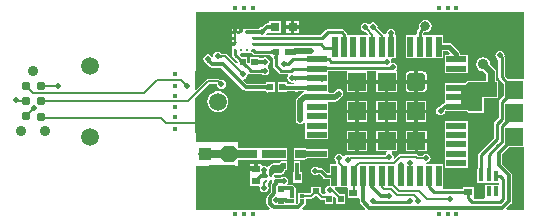
<source format=gbl>
G04*
G04 #@! TF.GenerationSoftware,Altium Limited,Altium Designer,19.1.6 (110)*
G04*
G04 Layer_Physical_Order=2*
G04 Layer_Color=16711680*
%FSAX25Y25*%
%MOIN*%
G70*
G01*
G75*
%ADD10C,0.01000*%
%ADD11C,0.00787*%
%ADD17R,0.01968X0.02362*%
%ADD18R,0.02362X0.01968*%
%ADD23R,0.03150X0.03150*%
%ADD25R,0.03150X0.03150*%
%ADD26R,0.02520X0.02362*%
%ADD48C,0.01181*%
%ADD49C,0.01968*%
%ADD50C,0.00600*%
%ADD51C,0.00984*%
%ADD52C,0.02362*%
%ADD53O,0.06299X0.05512*%
%ADD54C,0.03543*%
%ADD55C,0.05906*%
%ADD56C,0.03150*%
%ADD57C,0.01575*%
%ADD58C,0.01968*%
%ADD59C,0.02756*%
%ADD60C,0.03110*%
%ADD61C,0.01181*%
%ADD62R,0.01181X0.01968*%
%ADD63R,0.01968X0.02803*%
%ADD64R,0.05906X0.05906*%
%ADD65R,0.01575X0.01181*%
%ADD66R,0.01575X0.03543*%
%ADD67R,0.05906X0.05906*%
G04:AMPARAMS|DCode=68|XSize=59.06mil|YSize=59.06mil|CornerRadius=5.91mil|HoleSize=0mil|Usage=FLASHONLY|Rotation=180.000|XOffset=0mil|YOffset=0mil|HoleType=Round|Shape=RoundedRectangle|*
%AMROUNDEDRECTD68*
21,1,0.05906,0.04724,0,0,180.0*
21,1,0.04724,0.05906,0,0,180.0*
1,1,0.01181,-0.02362,0.02362*
1,1,0.01181,0.02362,0.02362*
1,1,0.01181,0.02362,-0.02362*
1,1,0.01181,-0.02362,-0.02362*
%
%ADD68ROUNDEDRECTD68*%
%ADD69R,0.01968X0.06693*%
%ADD70R,0.06693X0.01968*%
%ADD71R,0.00394X0.00394*%
%ADD72R,0.00984X0.01083*%
%ADD73R,0.01083X0.00984*%
%ADD74R,0.02441X0.02244*%
%ADD75R,0.03937X0.03937*%
%ADD76R,0.08661X0.04134*%
%ADD77R,0.02362X0.02803*%
%ADD78C,0.02803*%
%ADD79C,0.02803*%
%ADD80C,0.01575*%
G36*
X0122508Y0183105D02*
X0122567Y0183093D01*
X0122626Y0183105D01*
X0125461D01*
X0125520Y0183093D01*
X0125578Y0183105D01*
X0128414D01*
X0128472Y0183093D01*
X0128531Y0183105D01*
X0190422Y0183105D01*
X0190480Y0183093D01*
X0190539Y0183105D01*
X0193375Y0183105D01*
X0193433Y0183093D01*
X0193492Y0183105D01*
X0196327D01*
X0196386Y0183093D01*
X0196444Y0183105D01*
X0218900D01*
X0218900Y0160697D01*
X0213627D01*
X0212445Y0161879D01*
Y0168150D01*
X0212385Y0168451D01*
X0212427Y0168661D01*
X0212312Y0169240D01*
X0211983Y0169731D01*
X0211492Y0170060D01*
X0210913Y0170175D01*
X0210334Y0170060D01*
X0209843Y0169731D01*
X0209515Y0169240D01*
X0209400Y0168661D01*
X0209515Y0168082D01*
X0209843Y0167591D01*
X0210334Y0167263D01*
X0210406Y0167249D01*
Y0161457D01*
X0210483Y0161066D01*
X0210704Y0160736D01*
X0212185Y0159255D01*
Y0155839D01*
X0212162Y0155802D01*
X0212173Y0155759D01*
X0212156Y0155718D01*
X0212185Y0155647D01*
Y0155382D01*
X0212154Y0155328D01*
X0212069Y0155206D01*
X0211786Y0154871D01*
X0211601Y0154679D01*
X0211581Y0154629D01*
X0210744Y0153792D01*
X0210523Y0153461D01*
X0210445Y0153071D01*
Y0147942D01*
X0209051Y0146548D01*
X0208830Y0146217D01*
X0208752Y0145827D01*
Y0141092D01*
X0203854Y0136193D01*
X0203633Y0135863D01*
X0203555Y0135472D01*
Y0131288D01*
X0203534Y0131241D01*
X0203523Y0130897D01*
X0203513Y0130779D01*
X0203506Y0130736D01*
X0203287D01*
Y0130295D01*
X0203258Y0130224D01*
X0203279Y0130175D01*
X0203268Y0130123D01*
X0203287Y0130093D01*
Y0126193D01*
X0210748D01*
Y0125618D01*
X0205847D01*
Y0121075D01*
X0205397Y0120952D01*
X0202215D01*
X0202125Y0121088D01*
X0202122Y0121587D01*
X0202122D01*
Y0124949D01*
X0198602D01*
Y0124279D01*
X0192029D01*
X0191925Y0124736D01*
X0191925Y0124779D01*
Y0132429D01*
X0189268D01*
X0188957Y0132429D01*
X0188457Y0132429D01*
X0186455D01*
X0186406Y0132929D01*
X0186819Y0133011D01*
X0187310Y0133339D01*
X0187638Y0133830D01*
X0187753Y0134409D01*
X0187638Y0134988D01*
X0187310Y0135479D01*
X0186819Y0135808D01*
X0186240Y0135923D01*
X0185661Y0135808D01*
X0185170Y0135479D01*
X0185064Y0135321D01*
X0183655D01*
X0183501Y0135475D01*
X0183205Y0135672D01*
X0182857Y0135742D01*
X0177713D01*
X0177364Y0135672D01*
X0177068Y0135475D01*
X0175881Y0134288D01*
X0175420Y0134534D01*
X0175488Y0134872D01*
X0175373Y0135451D01*
X0175045Y0135942D01*
X0174980Y0135985D01*
X0174847Y0136664D01*
X0174901Y0136744D01*
X0176563D01*
Y0139606D01*
X0173110D01*
X0169658D01*
Y0136744D01*
X0173048D01*
X0173102Y0136664D01*
X0172969Y0135985D01*
X0172904Y0135942D01*
X0172647Y0135557D01*
X0160756D01*
X0160407Y0135487D01*
X0160336Y0135440D01*
X0160087Y0135490D01*
X0159508Y0135374D01*
X0159017Y0135047D01*
X0159012Y0135045D01*
X0158448Y0135095D01*
X0158243Y0135401D01*
X0157752Y0135729D01*
X0157173Y0135844D01*
X0156594Y0135729D01*
X0156103Y0135401D01*
X0155775Y0134910D01*
X0155660Y0134331D01*
X0155775Y0133752D01*
X0156103Y0133261D01*
X0156125Y0132808D01*
X0155752Y0132429D01*
X0154114D01*
Y0129594D01*
X0153183D01*
X0151814Y0130963D01*
X0151486Y0131183D01*
X0151098Y0131260D01*
X0150488D01*
X0150449Y0131318D01*
X0149958Y0131646D01*
X0149379Y0131761D01*
X0148799Y0131646D01*
X0148308Y0131318D01*
X0147980Y0130827D01*
X0147865Y0130248D01*
X0147980Y0129669D01*
X0148308Y0129178D01*
X0148799Y0128850D01*
X0149379Y0128735D01*
X0149958Y0128850D01*
X0150449Y0129178D01*
X0150912Y0129004D01*
X0152049Y0127867D01*
X0152377Y0127648D01*
X0152764Y0127571D01*
X0154114D01*
Y0125248D01*
X0153562Y0125138D01*
X0153071Y0124810D01*
X0152743Y0124319D01*
X0152628Y0123740D01*
X0152743Y0123161D01*
X0152767Y0123126D01*
X0152499Y0122626D01*
X0152421D01*
Y0122328D01*
X0151881D01*
X0151216Y0122993D01*
Y0124870D01*
X0147854D01*
Y0122993D01*
X0147645Y0122784D01*
X0146297D01*
Y0122964D01*
X0143722D01*
Y0119626D01*
X0143218Y0119123D01*
X0142753Y0119221D01*
Y0124539D01*
X0142575D01*
X0142531Y0124756D01*
X0142290Y0125117D01*
X0141929Y0125358D01*
X0141504Y0125443D01*
X0140252D01*
X0139992Y0125943D01*
X0140177Y0126220D01*
X0140292Y0126799D01*
X0140177Y0127378D01*
X0139849Y0127869D01*
X0139358Y0128197D01*
X0138779Y0128313D01*
X0138200Y0128197D01*
X0137709Y0127869D01*
X0137700Y0127856D01*
X0136489D01*
X0136457Y0127878D01*
X0136031Y0127962D01*
X0135985Y0127953D01*
X0135569Y0128357D01*
X0135564Y0128379D01*
X0135566Y0128383D01*
X0135592Y0128527D01*
X0135702Y0128773D01*
X0135735Y0128809D01*
X0136931D01*
X0136935Y0128807D01*
X0136940Y0128809D01*
X0136942D01*
X0136946Y0128807D01*
X0137360D01*
X0137506Y0128807D01*
X0137557Y0128828D01*
X0137611Y0128818D01*
X0137897Y0128875D01*
X0137944Y0128905D01*
X0137999D01*
X0138268Y0129017D01*
X0138307Y0129056D01*
X0138362Y0129067D01*
X0138604Y0129229D01*
X0138635Y0129275D01*
X0138686Y0129296D01*
X0138874Y0129483D01*
X0138895Y0129535D01*
X0138941Y0129565D01*
X0139073Y0129764D01*
X0139084Y0129818D01*
X0139123Y0129857D01*
X0139215Y0130077D01*
Y0130133D01*
X0139245Y0130179D01*
X0139292Y0130413D01*
X0139318Y0130445D01*
X0139957D01*
Y0133413D01*
X0138324D01*
X0138296Y0133426D01*
X0138242Y0133427D01*
X0137776Y0133413D01*
Y0133351D01*
X0137555Y0133159D01*
X0137516Y0133122D01*
X0137515Y0133122D01*
X0137515Y0133120D01*
X0137507Y0133114D01*
X0137427Y0133034D01*
X0137152Y0132758D01*
X0137137Y0132745D01*
X0137094Y0132716D01*
X0137059Y0132702D01*
X0137009Y0132692D01*
X0136977Y0132690D01*
X0136970Y0132687D01*
X0135559D01*
X0134817Y0132539D01*
X0134188Y0132119D01*
X0133894Y0131678D01*
X0133331Y0131631D01*
X0133323Y0131633D01*
X0132832Y0131961D01*
X0132253Y0132077D01*
X0131756Y0131978D01*
X0131256Y0132230D01*
Y0132390D01*
X0130087D01*
Y0130709D01*
X0129496D01*
Y0130118D01*
X0127736D01*
Y0129028D01*
X0127736Y0129028D01*
Y0128610D01*
X0127736D01*
X0127736Y0128528D01*
Y0125248D01*
X0130406D01*
X0130815Y0124748D01*
X0130779Y0124567D01*
X0130894Y0123988D01*
X0131222Y0123497D01*
X0131713Y0123169D01*
X0132292Y0123054D01*
X0132871Y0123169D01*
X0133362Y0123497D01*
X0133690Y0123988D01*
X0133805Y0124567D01*
X0133690Y0125146D01*
X0133524Y0125395D01*
X0133607Y0125994D01*
X0133643Y0126048D01*
X0133668Y0126064D01*
X0133909Y0126425D01*
X0133994Y0126850D01*
X0133984Y0126897D01*
X0134410Y0127323D01*
X0134457Y0127313D01*
X0134504Y0127323D01*
X0134929Y0126897D01*
X0134920Y0126850D01*
X0134990Y0126495D01*
X0134918Y0126387D01*
X0134900Y0126296D01*
X0134864Y0126261D01*
X0134624Y0125900D01*
X0134539Y0125475D01*
X0134539Y0125475D01*
Y0123124D01*
X0133399Y0121984D01*
X0133158Y0121623D01*
X0133073Y0121197D01*
X0133073Y0121197D01*
Y0119478D01*
X0133073Y0119478D01*
X0133105Y0119315D01*
Y0119218D01*
X0133105Y0119218D01*
X0133190Y0118792D01*
X0133431Y0118431D01*
X0134152Y0117710D01*
X0133945Y0117210D01*
X0128531D01*
X0128472Y0117222D01*
X0128414Y0117210D01*
X0125578D01*
X0125520Y0117222D01*
X0125461Y0117210D01*
X0122626D01*
X0122567Y0117222D01*
X0122508Y0117210D01*
X0110052D01*
X0109698Y0117564D01*
X0109699Y0131929D01*
X0123748D01*
Y0133927D01*
X0128393D01*
X0128394Y0133927D01*
Y0133927D01*
X0132961D01*
Y0133927D01*
X0138031D01*
X0138033Y0133928D01*
X0139957D01*
Y0135800D01*
X0139970Y0135866D01*
X0139957Y0135933D01*
Y0137805D01*
X0137986D01*
Y0137805D01*
X0132961D01*
X0132961Y0137805D01*
Y0137805D01*
X0128394D01*
Y0137805D01*
X0123748D01*
Y0139803D01*
X0109698D01*
Y0142283D01*
X0109629Y0142632D01*
X0109432Y0142928D01*
X0109181Y0143095D01*
X0109181Y0154516D01*
X0113850Y0159184D01*
X0116427D01*
X0116565Y0159016D01*
X0116681Y0158437D01*
X0117008Y0157946D01*
X0117499Y0157617D01*
X0118079Y0157502D01*
X0118658Y0157617D01*
X0119149Y0157946D01*
X0119477Y0158437D01*
X0119592Y0159016D01*
X0119477Y0159595D01*
X0119149Y0160086D01*
X0118658Y0160414D01*
X0118079Y0160529D01*
X0117732Y0160460D01*
X0117615Y0160577D01*
X0117351Y0160754D01*
X0117039Y0160816D01*
X0117039Y0160816D01*
X0113512D01*
X0113200Y0160754D01*
X0112935Y0160577D01*
X0112935Y0160577D01*
X0109643Y0157285D01*
X0109181Y0157476D01*
Y0163519D01*
X0109432Y0163687D01*
X0109629Y0163982D01*
X0109698Y0164331D01*
X0109698Y0166693D01*
X0109698Y0183105D01*
X0122508D01*
D02*
G37*
G36*
X0214111Y0154303D02*
X0214034Y0154360D01*
X0213942Y0154388D01*
X0213836D01*
X0213715Y0154360D01*
X0213581Y0154303D01*
X0213432Y0154218D01*
X0213270Y0154105D01*
X0213093Y0153964D01*
X0212697Y0153596D01*
X0211990Y0154303D01*
X0212188Y0154508D01*
X0212499Y0154876D01*
X0212612Y0155039D01*
X0212697Y0155187D01*
X0212754Y0155322D01*
X0212782Y0155442D01*
Y0155548D01*
X0212754Y0155640D01*
X0212697Y0155718D01*
X0214111Y0154303D01*
D02*
G37*
G36*
X0207637Y0131034D02*
X0207659Y0130714D01*
X0207678Y0130584D01*
X0207703Y0130474D01*
X0207733Y0130384D01*
X0207769Y0130314D01*
X0207810Y0130264D01*
X0207857Y0130234D01*
X0207909Y0130224D01*
X0206359D01*
X0206411Y0130234D01*
X0206458Y0130264D01*
X0206499Y0130314D01*
X0206535Y0130384D01*
X0206565Y0130474D01*
X0206590Y0130584D01*
X0206609Y0130714D01*
X0206623Y0130864D01*
X0206634Y0131224D01*
X0207634D01*
X0207637Y0131034D01*
D02*
G37*
G36*
X0205078D02*
X0205100Y0130714D01*
X0205119Y0130584D01*
X0205144Y0130474D01*
X0205174Y0130384D01*
X0205210Y0130314D01*
X0205251Y0130264D01*
X0205298Y0130234D01*
X0205350Y0130224D01*
X0203799D01*
X0203852Y0130234D01*
X0203899Y0130264D01*
X0203940Y0130314D01*
X0203976Y0130384D01*
X0204006Y0130474D01*
X0204031Y0130584D01*
X0204050Y0130714D01*
X0204064Y0130864D01*
X0204075Y0131224D01*
X0205075D01*
X0205078Y0131034D01*
D02*
G37*
G36*
X0138285Y0132885D02*
X0138393Y0132783D01*
X0138565Y0132541D01*
X0138688Y0132270D01*
X0138756Y0131981D01*
X0138761Y0131832D01*
X0138761Y0131832D01*
X0138761Y0130637D01*
X0138761Y0130518D01*
X0138715Y0130284D01*
X0138623Y0130064D01*
X0138491Y0129866D01*
X0138407Y0129782D01*
X0138304Y0129679D01*
X0138061Y0129517D01*
X0137792Y0129405D01*
X0137506Y0129348D01*
X0137360Y0129348D01*
X0136946D01*
X0137003Y0132150D01*
X0137075Y0132153D01*
X0137217Y0132181D01*
X0137351Y0132237D01*
X0137471Y0132317D01*
X0137525Y0132366D01*
X0137525Y0132366D01*
X0137890Y0132731D01*
X0137929Y0132769D01*
X0138021Y0132827D01*
X0138123Y0132867D01*
X0138230Y0132886D01*
X0138285Y0132885D01*
D02*
G37*
G36*
X0136108Y0131939D02*
X0136108Y0131939D01*
X0136108Y0129644D01*
X0135902Y0129590D01*
X0135531Y0129386D01*
X0135243Y0129074D01*
X0135071Y0128687D01*
X0135034Y0128478D01*
X0133864Y0128478D01*
Y0130108D01*
X0133936Y0130500D01*
X0134341Y0131185D01*
X0134958Y0131688D01*
X0135710Y0131947D01*
X0136108Y0131939D01*
D02*
G37*
G36*
X0135034Y0128478D02*
X0135034Y0128478D01*
Y0128478D01*
X0135034D01*
D02*
G37*
G36*
X0157083Y0124736D02*
Y0124736D01*
X0157425Y0124736D01*
X0157583Y0124736D01*
X0159919D01*
X0160295Y0124437D01*
X0160295Y0124277D01*
Y0121075D01*
X0163815D01*
X0164124Y0120703D01*
Y0120005D01*
X0164124Y0120005D01*
X0164209Y0119580D01*
X0164450Y0119219D01*
X0165997Y0117672D01*
X0165805Y0117210D01*
X0145158D01*
X0144950Y0117710D01*
X0145795Y0118555D01*
X0145795Y0118555D01*
X0146036Y0118916D01*
X0146094Y0119208D01*
X0146297D01*
Y0120962D01*
X0148023D01*
X0148372Y0121031D01*
X0148667Y0121229D01*
X0149263Y0121825D01*
X0149808D01*
X0150860Y0120773D01*
X0151155Y0120575D01*
X0151504Y0120506D01*
X0152421D01*
Y0119264D01*
X0155390D01*
Y0121456D01*
X0155852Y0121647D01*
X0156358Y0121141D01*
Y0119264D01*
X0159327D01*
Y0122626D01*
X0157450D01*
X0155840Y0124236D01*
X0156047Y0124736D01*
X0157083D01*
D02*
G37*
G36*
X0218900Y0117210D02*
X0213224D01*
X0213032Y0117672D01*
X0214652Y0119292D01*
X0214893Y0119653D01*
X0214978Y0120079D01*
Y0128819D01*
X0214978Y0128819D01*
X0214893Y0129244D01*
X0214652Y0129605D01*
X0211632Y0132626D01*
Y0135602D01*
X0214072Y0138043D01*
X0218900D01*
X0218900Y0117210D01*
D02*
G37*
%LPC*%
G36*
X0143894Y0180303D02*
X0142409D01*
Y0178819D01*
X0143894D01*
Y0180303D01*
D02*
G37*
G36*
X0141228D02*
X0139744D01*
Y0178819D01*
X0141228D01*
Y0180303D01*
D02*
G37*
G36*
X0122055Y0177380D02*
X0121653D01*
Y0176929D01*
X0122055D01*
Y0177380D01*
D02*
G37*
G36*
X0124024D02*
X0123236D01*
Y0176786D01*
X0123252Y0176781D01*
X0123323Y0176766D01*
X0123409Y0176754D01*
X0123591Y0176741D01*
X0123937Y0176766D01*
X0124008Y0176781D01*
X0124024Y0176786D01*
Y0177380D01*
D02*
G37*
G36*
X0185992Y0180580D02*
X0185183Y0180419D01*
X0184496Y0179960D01*
X0184038Y0179274D01*
X0183877Y0178465D01*
X0183990Y0177893D01*
X0183769Y0177672D01*
X0183727Y0177609D01*
X0183387Y0177269D01*
X0183168Y0176941D01*
X0183091Y0176554D01*
Y0175716D01*
X0182737Y0175362D01*
X0182118Y0175362D01*
X0179469D01*
Y0167669D01*
X0182118D01*
X0182437Y0167669D01*
X0182937Y0167669D01*
X0185268D01*
X0185587Y0167669D01*
X0186087Y0167669D01*
X0188457D01*
X0188736Y0167669D01*
X0189236Y0167669D01*
X0191925D01*
Y0170203D01*
X0193342D01*
X0194217Y0169328D01*
X0194026Y0168866D01*
X0192500D01*
Y0166217D01*
X0192500Y0165898D01*
X0192500Y0165398D01*
Y0162748D01*
X0200193D01*
Y0165398D01*
X0200193Y0165717D01*
X0200193Y0166217D01*
Y0168866D01*
X0197659D01*
Y0169055D01*
X0197559Y0169557D01*
X0197275Y0169983D01*
X0194814Y0172444D01*
X0194388Y0172728D01*
X0193886Y0172828D01*
X0191925D01*
Y0175362D01*
X0189236D01*
X0188957Y0175362D01*
X0188457Y0175362D01*
X0186087D01*
X0185768Y0175362D01*
X0185468D01*
X0185184Y0175646D01*
X0185192Y0176183D01*
X0185483Y0176450D01*
X0185992Y0176349D01*
X0186802Y0176510D01*
X0187488Y0176969D01*
X0187947Y0177655D01*
X0188108Y0178465D01*
X0187947Y0179274D01*
X0187488Y0179960D01*
X0186802Y0180419D01*
X0185992Y0180580D01*
D02*
G37*
G36*
X0143894Y0177638D02*
X0142409D01*
Y0176154D01*
X0143894D01*
Y0177638D01*
D02*
G37*
G36*
X0141228D02*
X0139744D01*
Y0176154D01*
X0141228D01*
Y0177638D01*
D02*
G37*
G36*
X0137988Y0180303D02*
X0133839D01*
Y0179412D01*
X0133836Y0179411D01*
X0133751Y0179392D01*
X0133634Y0179375D01*
X0133488Y0179364D01*
X0133303Y0179360D01*
X0133211Y0179320D01*
X0132889Y0179256D01*
X0132529Y0179015D01*
X0132529Y0179015D01*
X0131965Y0178451D01*
X0131918Y0178431D01*
X0131845Y0178360D01*
X0131721Y0178246D01*
X0131628Y0178170D01*
X0131606Y0178155D01*
X0131596Y0178148D01*
X0131577Y0178139D01*
X0131572Y0178133D01*
X0131161Y0178052D01*
X0130670Y0177724D01*
X0130515Y0177491D01*
X0130510Y0177490D01*
X0130288Y0177471D01*
X0130197Y0177470D01*
X0130151Y0177451D01*
X0126583D01*
X0126228Y0177380D01*
X0125205D01*
Y0176339D01*
X0124134D01*
Y0175809D01*
X0124126Y0175835D01*
X0124103Y0175858D01*
X0124063Y0175878D01*
X0124008Y0175896D01*
X0123937Y0175911D01*
X0123851Y0175923D01*
X0123669Y0175937D01*
X0123323Y0175911D01*
X0123252Y0175896D01*
X0123197Y0175878D01*
X0123157Y0175858D01*
X0123134Y0175835D01*
X0123126Y0175809D01*
X0123109Y0175801D01*
X0123095Y0175778D01*
X0123082Y0175738D01*
X0123071Y0175683D01*
X0123061Y0175612D01*
X0123047Y0175423D01*
X0123047Y0175406D01*
X0123073Y0175047D01*
X0123088Y0174976D01*
X0123106Y0174921D01*
X0123126Y0174882D01*
X0123149Y0174858D01*
X0123175Y0174850D01*
X0122646D01*
Y0173890D01*
X0123175D01*
X0123149Y0173882D01*
X0123126Y0173858D01*
X0123106Y0173819D01*
X0123088Y0173764D01*
X0123073Y0173693D01*
X0123061Y0173607D01*
X0123048Y0173425D01*
X0123073Y0173079D01*
X0123088Y0173008D01*
X0123106Y0172953D01*
X0123126Y0172913D01*
X0123149Y0172890D01*
X0123175Y0172882D01*
X0122646D01*
Y0171811D01*
X0121604D01*
Y0171409D01*
X0121653D01*
Y0170571D01*
X0121626Y0170433D01*
Y0168976D01*
X0121704Y0168586D01*
X0121925Y0168255D01*
X0123037Y0167143D01*
X0123057Y0167093D01*
X0123238Y0166905D01*
X0123384Y0166740D01*
X0123500Y0166594D01*
X0123563Y0166503D01*
X0123546Y0166321D01*
X0123506Y0166175D01*
X0122969Y0166005D01*
X0119983Y0168991D01*
X0119687Y0169188D01*
X0119339Y0169258D01*
X0118341D01*
X0118288Y0169281D01*
X0118208Y0169283D01*
X0118150Y0169289D01*
X0118099Y0169297D01*
X0118054Y0169308D01*
X0118015Y0169321D01*
X0117980Y0169336D01*
X0117949Y0169352D01*
X0117921Y0169370D01*
X0117895Y0169391D01*
X0117852Y0169431D01*
X0117798Y0169451D01*
X0117359Y0169745D01*
X0116779Y0169860D01*
X0116200Y0169745D01*
X0115709Y0169416D01*
X0115381Y0168926D01*
X0115278Y0168408D01*
X0115093Y0168315D01*
X0114778Y0168258D01*
X0114582Y0168550D01*
X0114091Y0168878D01*
X0113512Y0168994D01*
X0112933Y0168878D01*
X0112442Y0168550D01*
X0112114Y0168059D01*
X0111998Y0167480D01*
X0112114Y0166901D01*
X0112442Y0166410D01*
X0112915Y0166094D01*
X0113253Y0165745D01*
X0113302Y0165724D01*
X0114103Y0164922D01*
X0114103Y0164922D01*
X0114464Y0164681D01*
X0114890Y0164597D01*
X0114890Y0164597D01*
X0117973D01*
X0125324Y0157245D01*
X0125324Y0157245D01*
X0125685Y0157004D01*
X0126110Y0156920D01*
X0126110Y0156920D01*
X0132167D01*
X0132211Y0156900D01*
X0132419Y0156895D01*
X0132583Y0156880D01*
X0132714Y0156859D01*
X0132810Y0156834D01*
X0132867Y0156811D01*
X0132868Y0156805D01*
X0132894Y0156757D01*
Y0156350D01*
X0133335D01*
X0133406Y0156321D01*
X0133434Y0156333D01*
X0133464Y0156324D01*
X0133511Y0156350D01*
X0135862D01*
Y0159713D01*
X0133511D01*
X0133464Y0159739D01*
X0133434Y0159730D01*
X0133406Y0159742D01*
X0133335Y0159713D01*
X0132894D01*
Y0159306D01*
X0132868Y0159258D01*
X0132867Y0159252D01*
X0132810Y0159229D01*
X0132714Y0159204D01*
X0132583Y0159183D01*
X0132419Y0159168D01*
X0132211Y0159163D01*
X0132167Y0159143D01*
X0126571D01*
X0125340Y0160374D01*
X0125531Y0160890D01*
X0125902Y0160964D01*
X0126393Y0161292D01*
X0126721Y0161783D01*
X0126836Y0162362D01*
X0126780Y0162644D01*
X0127241Y0162890D01*
X0127309Y0162822D01*
X0127640Y0162601D01*
X0128030Y0162524D01*
X0131062D01*
X0131109Y0162502D01*
X0131296Y0162496D01*
X0131356Y0162489D01*
X0131410Y0162481D01*
X0131452Y0162472D01*
X0131481Y0162463D01*
X0131496Y0162457D01*
X0131506Y0162448D01*
X0131515Y0162445D01*
X0131522Y0162440D01*
X0131539Y0162437D01*
X0131563Y0162429D01*
X0131988Y0162145D01*
X0132567Y0162030D01*
X0133146Y0162145D01*
X0133637Y0162473D01*
X0133965Y0162964D01*
X0134080Y0163543D01*
X0133965Y0164122D01*
X0133637Y0164613D01*
X0133469Y0164725D01*
Y0165327D01*
X0133676Y0165465D01*
X0134004Y0165956D01*
X0134120Y0166535D01*
X0134004Y0167115D01*
X0133676Y0167605D01*
X0133185Y0167934D01*
X0132606Y0168049D01*
X0132027Y0167934D01*
X0131679Y0167701D01*
X0131671Y0167701D01*
X0131651Y0167694D01*
X0131640Y0167692D01*
X0131622Y0167689D01*
X0131318Y0167668D01*
X0131224Y0167667D01*
X0131020Y0167672D01*
X0130854Y0167685D01*
X0130719Y0167706D01*
X0130620Y0167730D01*
X0130558Y0167753D01*
X0130558Y0167753D01*
X0130547Y0167773D01*
Y0168177D01*
X0130107D01*
X0130038Y0168206D01*
X0130006Y0168193D01*
X0129973Y0168203D01*
X0129927Y0168177D01*
X0127579D01*
Y0166156D01*
X0127079Y0165976D01*
X0126857Y0166215D01*
X0126742Y0166359D01*
X0126653Y0166486D01*
X0126610Y0166560D01*
Y0166898D01*
X0126625Y0166946D01*
X0126610Y0166972D01*
Y0168177D01*
X0125450D01*
X0125385Y0168206D01*
X0125342Y0168190D01*
X0125296Y0168201D01*
X0125256Y0168177D01*
X0125018D01*
X0125007Y0168184D01*
X0124882Y0168271D01*
X0124535Y0168567D01*
X0124333Y0168761D01*
X0124314Y0168897D01*
X0124679Y0169392D01*
X0127575D01*
X0127575Y0169392D01*
Y0169392D01*
X0128054Y0169343D01*
X0128059Y0169341D01*
X0128202D01*
X0128460Y0169082D01*
X0128791Y0168861D01*
X0129181Y0168784D01*
X0134115D01*
X0134163Y0168762D01*
X0134174Y0168762D01*
X0134636Y0168634D01*
X0134665Y0168564D01*
Y0168122D01*
X0135053D01*
X0135057Y0168109D01*
X0135076Y0168035D01*
X0135093Y0167929D01*
X0135104Y0167795D01*
X0135109Y0167621D01*
X0135130Y0167572D01*
Y0165331D01*
X0135208Y0164940D01*
X0135429Y0164610D01*
X0137243Y0162795D01*
X0137574Y0162574D01*
X0137964Y0162496D01*
X0140087D01*
X0140316Y0161996D01*
X0140106Y0161681D01*
X0139991Y0161102D01*
X0140106Y0160523D01*
X0140434Y0160032D01*
X0140925Y0159704D01*
X0141504Y0159589D01*
X0142083Y0159704D01*
X0142107Y0159720D01*
X0142212Y0159714D01*
X0142315Y0159594D01*
X0142315Y0159591D01*
X0142102Y0159074D01*
X0142029Y0159068D01*
X0141822Y0159065D01*
X0141776Y0159045D01*
X0140527D01*
X0140483Y0159065D01*
X0140275Y0159070D01*
X0140111Y0159084D01*
X0139981Y0159106D01*
X0139886Y0159132D01*
X0139828Y0159156D01*
X0139827Y0159156D01*
X0139825Y0159171D01*
X0139799Y0159219D01*
Y0159713D01*
X0136831D01*
Y0156350D01*
X0139175D01*
X0139218Y0156326D01*
X0139253Y0156335D01*
X0139287Y0156321D01*
X0139358Y0156350D01*
X0139799D01*
Y0156724D01*
X0139856Y0156743D01*
X0139951Y0156764D01*
X0140277Y0156797D01*
X0140480Y0156801D01*
X0140525Y0156821D01*
X0141769D01*
X0141812Y0156802D01*
X0142217Y0156787D01*
X0142358Y0156772D01*
X0142471Y0156752D01*
X0142548Y0156732D01*
X0142569Y0156723D01*
X0142629Y0156578D01*
X0142672Y0156561D01*
X0142696Y0156522D01*
X0142858Y0156483D01*
X0143012Y0156420D01*
X0143054Y0156437D01*
X0143099Y0156427D01*
X0143241Y0156514D01*
X0143395Y0156578D01*
X0143412Y0156621D01*
X0143451Y0156645D01*
X0143489Y0156807D01*
X0143495Y0156821D01*
X0145518D01*
X0145563Y0156748D01*
X0145309Y0156204D01*
X0145196Y0156182D01*
X0144705Y0155853D01*
X0144705Y0155853D01*
X0143288Y0154436D01*
X0142960Y0153945D01*
X0142845Y0153366D01*
X0142845Y0153366D01*
Y0147185D01*
X0142960Y0146606D01*
X0143288Y0146115D01*
X0143779Y0145787D01*
X0144358Y0145672D01*
X0144937Y0145787D01*
X0145428Y0146115D01*
X0145535Y0146275D01*
X0146035Y0146124D01*
Y0144150D01*
X0146035Y0143650D01*
X0146035Y0143331D01*
Y0140681D01*
X0153728D01*
Y0143331D01*
X0153728Y0143831D01*
X0153728Y0144150D01*
Y0146480D01*
X0153728Y0146799D01*
X0153728Y0147299D01*
Y0149614D01*
X0153736Y0150110D01*
X0153736Y0150446D01*
Y0153079D01*
X0154157Y0153270D01*
X0156012D01*
X0156012Y0153270D01*
X0156591Y0153385D01*
X0157082Y0153713D01*
X0158283Y0154914D01*
X0158283Y0154914D01*
X0158611Y0155405D01*
X0158726Y0155984D01*
X0158611Y0156563D01*
X0158283Y0157054D01*
X0157792Y0157382D01*
X0157213Y0157498D01*
X0156633Y0157382D01*
X0156142Y0157054D01*
X0156142Y0157054D01*
X0155385Y0156297D01*
X0154173D01*
X0153736Y0156449D01*
X0153736Y0156797D01*
Y0159059D01*
X0153736Y0159417D01*
X0153736Y0159917D01*
Y0162248D01*
X0153736Y0162528D01*
X0153736D01*
Y0162748D01*
X0153736D01*
Y0163571D01*
X0159413D01*
X0159815Y0163335D01*
X0159815Y0163071D01*
Y0160472D01*
X0163268D01*
X0166720D01*
Y0163071D01*
X0166720Y0163335D01*
X0167123Y0163571D01*
X0169255D01*
X0169658Y0163335D01*
Y0160472D01*
X0173110D01*
X0176563D01*
Y0163335D01*
X0176563D01*
X0176370Y0163754D01*
X0176343Y0163835D01*
X0176603Y0164224D01*
X0176718Y0164803D01*
X0176603Y0165382D01*
X0176275Y0165873D01*
X0175784Y0166201D01*
X0175205Y0166316D01*
X0175040Y0166284D01*
X0174749Y0166575D01*
X0174634Y0167154D01*
X0174624Y0167169D01*
X0174891Y0167669D01*
X0176138D01*
Y0175362D01*
X0176138Y0175362D01*
X0176138D01*
X0176017Y0175862D01*
X0176049Y0176024D01*
X0175934Y0176603D01*
X0175605Y0177094D01*
X0175115Y0177422D01*
X0174535Y0177537D01*
X0173956Y0177422D01*
X0173465Y0177094D01*
X0173137Y0176603D01*
X0173022Y0176024D01*
X0172705Y0175658D01*
X0172648Y0175617D01*
X0172287Y0175713D01*
X0172148Y0175920D01*
X0170067Y0178002D01*
X0170104Y0178189D01*
X0169989Y0178768D01*
X0169661Y0179259D01*
X0169170Y0179587D01*
X0168591Y0179702D01*
X0168011Y0179587D01*
X0167520Y0179259D01*
X0167505Y0179236D01*
X0166915Y0179253D01*
X0166532Y0179508D01*
X0165953Y0179624D01*
X0165374Y0179508D01*
X0164883Y0179180D01*
X0164555Y0178689D01*
X0164439Y0178110D01*
X0164555Y0177531D01*
X0164883Y0177040D01*
X0165374Y0176712D01*
X0165953Y0176597D01*
X0166075Y0176621D01*
X0166936Y0175760D01*
X0166627Y0175362D01*
X0166370Y0175362D01*
X0164039D01*
X0163721Y0175362D01*
X0163221Y0175362D01*
X0160929D01*
X0160571Y0175362D01*
X0160224Y0175362D01*
X0159956Y0175630D01*
X0159879Y0176017D01*
X0159660Y0176345D01*
X0158873Y0177133D01*
X0158545Y0177352D01*
X0158158Y0177429D01*
X0153472D01*
X0153085Y0177352D01*
X0152757Y0177133D01*
X0151006Y0175382D01*
X0133277D01*
X0133010Y0175882D01*
X0133138Y0176074D01*
X0133159Y0176177D01*
X0133339Y0176293D01*
X0133839Y0176154D01*
Y0176154D01*
X0137988D01*
Y0180303D01*
D02*
G37*
G36*
X0123126Y0176339D02*
X0122646D01*
Y0175809D01*
X0123126D01*
Y0176339D01*
D02*
G37*
G36*
X0122206Y0175748D02*
X0121653D01*
Y0175362D01*
X0121604D01*
Y0174961D01*
X0122198D01*
X0122203Y0174976D01*
X0122218Y0175047D01*
X0122230Y0175134D01*
X0122243Y0175307D01*
X0122221Y0175683D01*
X0122210Y0175738D01*
X0122206Y0175748D01*
D02*
G37*
G36*
X0122198Y0173779D02*
X0121604D01*
Y0173378D01*
X0121604D01*
Y0172992D01*
X0122198D01*
X0122203Y0173008D01*
X0122218Y0173079D01*
X0122230Y0173165D01*
X0122244Y0173346D01*
X0122218Y0173693D01*
X0122203Y0173764D01*
X0122198Y0173779D01*
D02*
G37*
G36*
X0185315Y0163356D02*
X0183543D01*
Y0160472D01*
X0186427D01*
Y0162244D01*
X0186342Y0162670D01*
X0186101Y0163030D01*
X0185740Y0163271D01*
X0185315Y0163356D01*
D02*
G37*
G36*
X0182362D02*
X0180591D01*
X0180165Y0163271D01*
X0179804Y0163030D01*
X0179563Y0162670D01*
X0179479Y0162244D01*
Y0160472D01*
X0182362D01*
Y0163356D01*
D02*
G37*
G36*
X0166720Y0159291D02*
X0163858D01*
Y0156429D01*
X0166720D01*
Y0159291D01*
D02*
G37*
G36*
X0162677D02*
X0159815D01*
Y0156429D01*
X0162677D01*
Y0159291D01*
D02*
G37*
G36*
X0176563Y0159291D02*
X0173701D01*
Y0156429D01*
X0176563D01*
Y0159291D01*
D02*
G37*
G36*
X0172520D02*
X0169658D01*
Y0156429D01*
X0172520D01*
Y0159291D01*
D02*
G37*
G36*
X0186427Y0159291D02*
X0183543D01*
Y0156408D01*
X0185315D01*
X0185740Y0156492D01*
X0186101Y0156733D01*
X0186342Y0157094D01*
X0186427Y0157520D01*
Y0159291D01*
D02*
G37*
G36*
X0182362D02*
X0179479D01*
Y0157520D01*
X0179563Y0157094D01*
X0179804Y0156733D01*
X0180165Y0156492D01*
X0180591Y0156408D01*
X0182362D01*
Y0159291D01*
D02*
G37*
G36*
X0176563Y0153492D02*
X0173701D01*
Y0150630D01*
X0176563D01*
Y0153492D01*
D02*
G37*
G36*
X0186406D02*
X0183543D01*
Y0150630D01*
X0186406D01*
Y0153492D01*
D02*
G37*
G36*
X0166720D02*
X0163858D01*
Y0150630D01*
X0166720D01*
Y0153492D01*
D02*
G37*
G36*
X0182362D02*
X0179500D01*
Y0150630D01*
X0182362D01*
Y0153492D01*
D02*
G37*
G36*
X0162677D02*
X0159815D01*
Y0150630D01*
X0162677D01*
Y0153492D01*
D02*
G37*
G36*
X0172520D02*
X0169658D01*
Y0150630D01*
X0172520D01*
Y0153492D01*
D02*
G37*
G36*
X0116858Y0156790D02*
X0115957Y0156671D01*
X0115117Y0156323D01*
X0114396Y0155770D01*
X0113842Y0155048D01*
X0113494Y0154208D01*
X0113376Y0153307D01*
X0113494Y0152406D01*
X0113842Y0151566D01*
X0114396Y0150845D01*
X0115117Y0150291D01*
X0115957Y0149943D01*
X0116858Y0149825D01*
X0117760Y0149943D01*
X0118599Y0150291D01*
X0119321Y0150845D01*
X0119874Y0151566D01*
X0120222Y0152406D01*
X0120341Y0153307D01*
X0120222Y0154208D01*
X0119874Y0155048D01*
X0119321Y0155770D01*
X0118599Y0156323D01*
X0117760Y0156671D01*
X0116858Y0156790D01*
D02*
G37*
G36*
X0205283Y0168064D02*
X0204397Y0167888D01*
X0203646Y0167386D01*
X0203144Y0166634D01*
X0202967Y0165748D01*
X0203144Y0164862D01*
X0203646Y0164110D01*
X0204397Y0163608D01*
X0205149Y0163459D01*
X0206247Y0162361D01*
Y0160222D01*
X0200205D01*
X0199822Y0160064D01*
X0199822Y0160064D01*
X0199154Y0159395D01*
X0197764D01*
X0197722Y0159378D01*
X0192500D01*
Y0156410D01*
X0192500D01*
Y0156228D01*
X0192500D01*
Y0153260D01*
X0192500D01*
Y0153079D01*
X0192281Y0152669D01*
X0192043Y0152622D01*
X0191682Y0152381D01*
X0191036Y0151735D01*
X0190531Y0151634D01*
X0190040Y0151306D01*
X0189712Y0150815D01*
X0189597Y0150236D01*
X0189712Y0149657D01*
X0190040Y0149166D01*
X0190531Y0148838D01*
X0191110Y0148723D01*
X0191689Y0148838D01*
X0192180Y0149166D01*
X0192508Y0149657D01*
X0192598Y0150110D01*
X0197702D01*
X0197764Y0150085D01*
X0199863D01*
X0200326Y0149621D01*
X0200326Y0149621D01*
X0200503Y0149548D01*
X0200708Y0149463D01*
X0200708Y0149463D01*
X0205047D01*
X0205430Y0149621D01*
X0205589Y0150004D01*
X0205588Y0154341D01*
X0209772D01*
X0210154Y0154499D01*
X0210313Y0154882D01*
X0210313Y0159681D01*
X0210154Y0160064D01*
X0209772Y0160222D01*
X0209675D01*
Y0163071D01*
X0209544Y0163727D01*
X0209173Y0164283D01*
X0207573Y0165883D01*
X0207423Y0166634D01*
X0206921Y0167386D01*
X0206170Y0167888D01*
X0205283Y0168064D01*
D02*
G37*
G36*
X0186406Y0149449D02*
X0183543D01*
Y0146587D01*
X0186406D01*
Y0149449D01*
D02*
G37*
G36*
X0182362D02*
X0179500D01*
Y0146587D01*
X0182362D01*
Y0149449D01*
D02*
G37*
G36*
X0176563D02*
X0173701D01*
Y0146587D01*
X0176563D01*
Y0149449D01*
D02*
G37*
G36*
X0172520D02*
X0169658D01*
Y0146587D01*
X0172520D01*
Y0149449D01*
D02*
G37*
G36*
X0166720D02*
X0163858D01*
Y0146587D01*
X0166720D01*
Y0149449D01*
D02*
G37*
G36*
X0162677D02*
X0159815D01*
Y0146587D01*
X0162677D01*
Y0149449D01*
D02*
G37*
G36*
X0176563Y0143650D02*
X0173701D01*
Y0140787D01*
X0176563D01*
Y0143650D01*
D02*
G37*
G36*
X0166720D02*
X0163858D01*
Y0140787D01*
X0166720D01*
Y0143650D01*
D02*
G37*
G36*
X0186504D02*
X0183642D01*
Y0140787D01*
X0186504D01*
Y0143650D01*
D02*
G37*
G36*
X0182461D02*
X0179598D01*
Y0140787D01*
X0182461D01*
Y0143650D01*
D02*
G37*
G36*
X0162677D02*
X0159815D01*
Y0140787D01*
X0162677D01*
Y0143650D01*
D02*
G37*
G36*
X0172520D02*
X0169658D01*
Y0140787D01*
X0172520D01*
Y0143650D01*
D02*
G37*
G36*
X0186504Y0139606D02*
X0183642D01*
Y0136744D01*
X0186504D01*
Y0139606D01*
D02*
G37*
G36*
X0182461D02*
X0179598D01*
Y0136744D01*
X0182461D01*
Y0139606D01*
D02*
G37*
G36*
X0166720D02*
X0163858D01*
Y0136744D01*
X0166720D01*
Y0139606D01*
D02*
G37*
G36*
X0162677D02*
X0159815D01*
Y0136744D01*
X0162677D01*
Y0139606D01*
D02*
G37*
G36*
X0145520Y0137809D02*
X0144378D01*
X0144375Y0137808D01*
X0142110Y0137808D01*
Y0137768D01*
X0142106D01*
X0142106Y0134434D01*
X0142106Y0133965D01*
X0142110Y0133936D01*
X0142594Y0133936D01*
X0144355Y0133936D01*
X0144378Y0133931D01*
X0145520D01*
X0146262Y0134079D01*
X0146721Y0134386D01*
X0153728D01*
Y0137354D01*
X0146721D01*
X0146262Y0137661D01*
X0145520Y0137809D01*
D02*
G37*
G36*
X0128905Y0132390D02*
X0127736D01*
Y0131299D01*
X0128905D01*
Y0132390D01*
D02*
G37*
G36*
X0200193Y0146780D02*
X0192500D01*
Y0144130D01*
X0192500Y0143811D01*
X0192500Y0143311D01*
Y0141020D01*
X0192500Y0140661D01*
X0192500Y0140161D01*
Y0137831D01*
X0192500Y0137551D01*
X0192500Y0137051D01*
Y0134721D01*
X0192500Y0134362D01*
X0192500Y0133862D01*
Y0131252D01*
X0200193D01*
Y0133862D01*
X0200193Y0134221D01*
X0200193Y0134721D01*
Y0137051D01*
X0200193Y0137331D01*
X0200193Y0137831D01*
Y0140161D01*
X0200193Y0140520D01*
X0200193Y0141020D01*
Y0143311D01*
X0200193Y0143630D01*
X0200193Y0144130D01*
Y0146780D01*
D02*
G37*
G36*
X0144287Y0133413D02*
X0142106D01*
Y0132037D01*
X0142085Y0131929D01*
Y0129673D01*
X0141949D01*
Y0126311D01*
X0144917D01*
Y0129673D01*
X0144309D01*
Y0131929D01*
X0144287Y0132037D01*
Y0133413D01*
D02*
G37*
%LPD*%
G36*
X0134363Y0177193D02*
X0134352Y0177277D01*
X0134321Y0177353D01*
X0134268Y0177420D01*
X0134195Y0177478D01*
X0134101Y0177526D01*
X0133985Y0177567D01*
X0133849Y0177598D01*
X0133692Y0177620D01*
X0133514Y0177633D01*
X0133315Y0177638D01*
Y0178819D01*
X0133514Y0178823D01*
X0133692Y0178837D01*
X0133849Y0178859D01*
X0133985Y0178890D01*
X0134101Y0178930D01*
X0134195Y0178979D01*
X0134268Y0179037D01*
X0134321Y0179104D01*
X0134352Y0179179D01*
X0134363Y0179264D01*
Y0177193D01*
D02*
G37*
G36*
X0133132Y0177210D02*
X0133054Y0177131D01*
X0132826Y0176869D01*
X0132789Y0176817D01*
X0132761Y0176770D01*
X0132740Y0176729D01*
X0132728Y0176694D01*
X0132724Y0176663D01*
X0131750Y0177638D01*
X0131780Y0177642D01*
X0131816Y0177654D01*
X0131857Y0177674D01*
X0131904Y0177702D01*
X0131956Y0177739D01*
X0132076Y0177837D01*
X0132218Y0177968D01*
X0132297Y0178045D01*
X0133132Y0177210D01*
D02*
G37*
G36*
X0131295Y0175776D02*
X0130764Y0175748D01*
X0130205Y0176929D01*
X0130315Y0176931D01*
X0130585Y0176953D01*
X0130655Y0176967D01*
X0130715Y0176984D01*
X0130764Y0177004D01*
X0130804Y0177027D01*
X0130834Y0177052D01*
X0130854Y0177081D01*
X0131295Y0175776D01*
D02*
G37*
G36*
X0129043Y0170965D02*
Y0169882D01*
X0128059D01*
X0128059Y0170620D01*
X0128404Y0170965D01*
X0129043Y0170965D01*
D02*
G37*
G36*
X0135177Y0168803D02*
X0135167Y0168898D01*
X0135137Y0168983D01*
X0135087Y0169058D01*
X0135017Y0169123D01*
X0134927Y0169178D01*
X0134817Y0169223D01*
X0134687Y0169258D01*
X0134537Y0169283D01*
X0134367Y0169298D01*
X0134177Y0169303D01*
Y0170303D01*
X0134367Y0170308D01*
X0134537Y0170323D01*
X0134687Y0170348D01*
X0134817Y0170383D01*
X0134927Y0170428D01*
X0135017Y0170483D01*
X0135087Y0170548D01*
X0135137Y0170623D01*
X0135167Y0170708D01*
X0135177Y0170803D01*
Y0168803D01*
D02*
G37*
G36*
X0117542Y0168979D02*
X0117607Y0168929D01*
X0117675Y0168885D01*
X0117748Y0168846D01*
X0117825Y0168814D01*
X0117906Y0168787D01*
X0117991Y0168767D01*
X0118080Y0168752D01*
X0118174Y0168743D01*
X0118272Y0168740D01*
Y0167953D01*
X0118174Y0167950D01*
X0118080Y0167941D01*
X0117991Y0167926D01*
X0117906Y0167905D01*
X0117825Y0167879D01*
X0117748Y0167847D01*
X0117675Y0167808D01*
X0117607Y0167764D01*
X0117542Y0167714D01*
X0117482Y0167657D01*
Y0169035D01*
X0117542Y0168979D01*
D02*
G37*
G36*
X0137032Y0168624D02*
X0136952Y0168594D01*
X0136881Y0168544D01*
X0136820Y0168474D01*
X0136768Y0168384D01*
X0136725Y0168274D01*
X0136692Y0168144D01*
X0136669Y0167994D01*
X0136654Y0167824D01*
X0136650Y0167634D01*
X0135650D01*
X0135645Y0167824D01*
X0135631Y0167994D01*
X0135607Y0168144D01*
X0135574Y0168274D01*
X0135531Y0168384D01*
X0135480Y0168474D01*
X0135418Y0168544D01*
X0135347Y0168594D01*
X0135267Y0168624D01*
X0135177Y0168634D01*
X0137122D01*
X0137032Y0168624D01*
D02*
G37*
G36*
X0143012Y0166410D02*
X0143002Y0166496D01*
X0142972Y0166573D01*
X0142922Y0166640D01*
X0142852Y0166699D01*
X0142762Y0166749D01*
X0142652Y0166790D01*
X0142522Y0166822D01*
X0142372Y0166844D01*
X0142202Y0166858D01*
X0142012Y0166862D01*
Y0167862D01*
X0142202Y0167867D01*
X0142372Y0167882D01*
X0142522Y0167906D01*
X0142652Y0167941D01*
X0142762Y0167985D01*
X0142852Y0168039D01*
X0142922Y0168103D01*
X0142972Y0168177D01*
X0143002Y0168261D01*
X0143012Y0168354D01*
Y0166410D01*
D02*
G37*
G36*
X0114448Y0167158D02*
X0114451Y0167118D01*
X0114464Y0167073D01*
X0114486Y0167024D01*
X0114517Y0166969D01*
X0114558Y0166910D01*
X0114607Y0166846D01*
X0114733Y0166702D01*
X0114810Y0166623D01*
X0113642Y0166121D01*
X0113243Y0166534D01*
X0114453Y0167192D01*
X0114448Y0167158D01*
D02*
G37*
G36*
X0124171Y0168165D02*
X0124550Y0167842D01*
X0124716Y0167726D01*
X0124865Y0167641D01*
X0124999Y0167585D01*
X0125116Y0167560D01*
X0125217Y0167565D01*
X0125302Y0167600D01*
X0125371Y0167665D01*
X0124154Y0166054D01*
X0124201Y0166141D01*
X0124223Y0166240D01*
X0124218Y0166350D01*
X0124187Y0166474D01*
X0124129Y0166609D01*
X0124045Y0166756D01*
X0123935Y0166916D01*
X0123799Y0167088D01*
X0123636Y0167272D01*
X0123447Y0167468D01*
X0123957Y0168372D01*
X0124171Y0168165D01*
D02*
G37*
G36*
X0131903Y0165847D02*
X0131879Y0165865D01*
X0131845Y0165882D01*
X0131802Y0165897D01*
X0131749Y0165909D01*
X0131686Y0165920D01*
X0131532Y0165936D01*
X0131339Y0165944D01*
X0131228Y0165945D01*
Y0167126D01*
X0131339Y0167127D01*
X0131686Y0167151D01*
X0131749Y0167161D01*
X0131802Y0167174D01*
X0131845Y0167189D01*
X0131879Y0167206D01*
X0131903Y0167224D01*
Y0165847D01*
D02*
G37*
G36*
X0130047Y0167563D02*
X0130082Y0167471D01*
X0130142Y0167390D01*
X0130224Y0167320D01*
X0130331Y0167261D01*
X0130460Y0167212D01*
X0130614Y0167174D01*
X0130791Y0167148D01*
X0130992Y0167131D01*
X0131216Y0167126D01*
Y0165945D01*
X0130990Y0165939D01*
X0130788Y0165921D01*
X0130609Y0165892D01*
X0130454Y0165850D01*
X0130323Y0165797D01*
X0130216Y0165732D01*
X0130132Y0165656D01*
X0130072Y0165567D01*
X0130036Y0165466D01*
X0130023Y0165354D01*
X0130035Y0167665D01*
X0130047Y0167563D01*
D02*
G37*
G36*
X0139708Y0166366D02*
X0139738Y0166350D01*
X0139778Y0166335D01*
X0139828Y0166322D01*
X0139889Y0166312D01*
X0140040Y0166296D01*
X0140232Y0166288D01*
X0140344Y0166287D01*
Y0165287D01*
X0140232Y0165286D01*
X0139889Y0165263D01*
X0139828Y0165252D01*
X0139778Y0165240D01*
X0139738Y0165225D01*
X0139708Y0165209D01*
X0139688Y0165190D01*
Y0166385D01*
X0139708Y0166366D01*
D02*
G37*
G36*
X0126038Y0166806D02*
X0126015Y0166709D01*
X0126020Y0166600D01*
X0126052Y0166478D01*
X0126111Y0166343D01*
X0126196Y0166195D01*
X0126308Y0166035D01*
X0126447Y0165861D01*
X0126805Y0165475D01*
X0126246Y0164620D01*
X0126033Y0164826D01*
X0125655Y0165148D01*
X0125490Y0165264D01*
X0125341Y0165351D01*
X0125207Y0165408D01*
X0125090Y0165436D01*
X0124988Y0165433D01*
X0124902Y0165401D01*
X0124832Y0165339D01*
X0126086Y0166889D01*
X0126038Y0166806D01*
D02*
G37*
G36*
X0131864Y0162854D02*
X0131823Y0162890D01*
X0131775Y0162922D01*
X0131720Y0162951D01*
X0131657Y0162975D01*
X0131588Y0162996D01*
X0131510Y0163013D01*
X0131426Y0163026D01*
X0131334Y0163036D01*
X0131129Y0163043D01*
Y0164043D01*
X0131235Y0164045D01*
X0131426Y0164060D01*
X0131510Y0164074D01*
X0131588Y0164091D01*
X0131657Y0164111D01*
X0131720Y0164136D01*
X0131775Y0164164D01*
X0131823Y0164196D01*
X0131864Y0164232D01*
Y0162854D01*
D02*
G37*
G36*
X0124617Y0163629D02*
X0124690Y0163569D01*
X0124763Y0163516D01*
X0124838Y0163470D01*
X0124915Y0163432D01*
X0124992Y0163400D01*
X0125070Y0163376D01*
X0125150Y0163359D01*
X0125231Y0163349D01*
X0125313Y0163346D01*
X0124339Y0162372D01*
X0124336Y0162454D01*
X0124326Y0162535D01*
X0124309Y0162615D01*
X0124285Y0162693D01*
X0124253Y0162771D01*
X0124215Y0162847D01*
X0124169Y0162922D01*
X0124116Y0162995D01*
X0124056Y0163068D01*
X0123989Y0163139D01*
X0124546Y0163696D01*
X0124617Y0163629D01*
D02*
G37*
G36*
X0143012Y0160071D02*
X0143000Y0160144D01*
X0142965Y0160208D01*
X0142906Y0160266D01*
X0142823Y0160315D01*
X0142717Y0160357D01*
X0142587Y0160392D01*
X0142433Y0160418D01*
X0142356Y0160427D01*
X0142314Y0160424D01*
X0142262Y0160413D01*
X0142219Y0160401D01*
X0142187Y0160388D01*
X0142164Y0160372D01*
X0142168Y0160441D01*
X0141831Y0160453D01*
Y0161634D01*
X0142055Y0161638D01*
X0142241Y0161653D01*
X0142247Y0161748D01*
X0142271Y0161726D01*
X0142306Y0161707D01*
X0142349Y0161690D01*
X0142403Y0161675D01*
X0142435Y0161669D01*
X0142587Y0161695D01*
X0142717Y0161729D01*
X0142823Y0161771D01*
X0142906Y0161821D01*
X0142965Y0161878D01*
X0143000Y0161943D01*
X0143012Y0162016D01*
Y0160071D01*
D02*
G37*
G36*
X0149693Y0161943D02*
X0149728Y0161878D01*
X0149787Y0161821D01*
X0149870Y0161771D01*
X0149976Y0161729D01*
X0150106Y0161695D01*
X0150260Y0161668D01*
X0150437Y0161649D01*
X0150605Y0161643D01*
X0150891Y0161663D01*
X0150943Y0161673D01*
X0150985Y0161685D01*
X0151018Y0161699D01*
X0151040Y0161714D01*
X0150958Y0160339D01*
X0150933Y0160360D01*
X0150899Y0160380D01*
X0150855Y0160397D01*
X0150802Y0160412D01*
X0150739Y0160424D01*
X0150667Y0160434D01*
X0150562Y0160443D01*
X0150260Y0160418D01*
X0150106Y0160392D01*
X0149976Y0160357D01*
X0149870Y0160315D01*
X0149787Y0160266D01*
X0149728Y0160208D01*
X0149693Y0160144D01*
X0149681Y0160071D01*
Y0162016D01*
X0149693Y0161943D01*
D02*
G37*
G36*
X0143012Y0156961D02*
X0143000Y0157033D01*
X0142965Y0157098D01*
X0142906Y0157156D01*
X0142823Y0157205D01*
X0142717Y0157247D01*
X0142587Y0157281D01*
X0142433Y0157308D01*
X0142256Y0157327D01*
X0141831Y0157343D01*
Y0158524D01*
X0142055Y0158527D01*
X0142433Y0158558D01*
X0142587Y0158585D01*
X0142717Y0158619D01*
X0142823Y0158661D01*
X0142906Y0158711D01*
X0142965Y0158768D01*
X0143000Y0158833D01*
X0143012Y0158905D01*
Y0156961D01*
D02*
G37*
G36*
X0139299Y0159002D02*
X0139334Y0158902D01*
X0139393Y0158813D01*
X0139476Y0158736D01*
X0139583Y0158671D01*
X0139712Y0158618D01*
X0139866Y0158577D01*
X0140043Y0158547D01*
X0140244Y0158529D01*
X0140468Y0158524D01*
Y0157343D01*
X0140244Y0157338D01*
X0139866Y0157299D01*
X0139712Y0157266D01*
X0139583Y0157222D01*
X0139476Y0157170D01*
X0139393Y0157107D01*
X0139334Y0157035D01*
X0139299Y0156954D01*
X0139287Y0156862D01*
Y0159114D01*
X0139299Y0159002D01*
D02*
G37*
G36*
X0133406Y0156862D02*
X0133394Y0156972D01*
X0133359Y0157071D01*
X0133299Y0157157D01*
X0133217Y0157233D01*
X0133110Y0157296D01*
X0132981Y0157348D01*
X0132827Y0157389D01*
X0132650Y0157418D01*
X0132449Y0157435D01*
X0132225Y0157441D01*
Y0158622D01*
X0132449Y0158628D01*
X0132650Y0158645D01*
X0132827Y0158674D01*
X0132981Y0158715D01*
X0133110Y0158767D01*
X0133217Y0158830D01*
X0133299Y0158905D01*
X0133359Y0158992D01*
X0133394Y0159091D01*
X0133406Y0159201D01*
Y0156862D01*
D02*
G37*
G36*
X0209772Y0154882D02*
X0205047D01*
X0205047Y0150004D01*
X0200708D01*
X0200087Y0150626D01*
X0197764D01*
Y0158854D01*
X0199378D01*
X0200205Y0159681D01*
X0209772D01*
X0209772Y0154882D01*
D02*
G37*
D10*
X0214693Y0148228D02*
Y0149370D01*
X0146346Y0167335D02*
Y0167382D01*
X0211465Y0145000D02*
X0214693Y0148228D01*
X0211465Y0144370D02*
Y0145000D01*
X0211425Y0144331D02*
X0211465Y0144370D01*
X0211425Y0139803D02*
Y0144331D01*
X0155795Y0166575D02*
X0155795Y0166575D01*
X0174992Y0164591D02*
X0175205Y0164803D01*
X0146346Y0167382D02*
X0149890D01*
X0138905Y0165787D02*
X0140402D01*
X0155795Y0166575D02*
X0173236D01*
X0153807Y0167382D02*
X0154614Y0166575D01*
X0149890Y0164232D02*
X0150248Y0164591D01*
X0140402Y0165787D02*
X0141976Y0167362D01*
X0146327D01*
X0146346Y0167382D01*
X0154614Y0166575D02*
X0155795D01*
X0150248Y0164591D02*
X0174992D01*
X0149890Y0167382D02*
X0153807D01*
X0210339Y0138716D02*
X0211425Y0139803D01*
X0210339Y0138708D02*
Y0138716D01*
X0207134Y0135504D02*
X0210339Y0138708D01*
X0209772Y0140669D02*
Y0145827D01*
X0204575Y0135472D02*
X0209772Y0140669D01*
X0207134Y0128465D02*
Y0135504D01*
X0204575Y0128465D02*
Y0135472D01*
Y0127559D02*
Y0128465D01*
X0207134Y0127559D02*
Y0128465D01*
X0215638Y0149370D02*
X0217606D01*
X0214693D02*
X0215638D01*
X0141917Y0164232D02*
X0149890D01*
X0210913Y0168661D02*
X0211425Y0168150D01*
Y0161457D02*
Y0168150D01*
Y0161457D02*
X0215638Y0157244D01*
X0209772Y0145827D02*
X0211465Y0147520D01*
Y0153071D01*
X0215638Y0157244D01*
X0128030Y0163543D02*
X0132567D01*
X0125126Y0166447D02*
X0128030Y0163543D01*
X0125126Y0166447D02*
Y0166496D01*
X0122646Y0168976D02*
X0125126Y0166496D01*
X0122646Y0168976D02*
Y0170433D01*
X0129181Y0169803D02*
X0136150D01*
X0128551Y0170433D02*
X0129181Y0169803D01*
X0141201Y0163516D02*
X0141917Y0164232D01*
X0137964Y0163516D02*
X0141201D01*
X0136150Y0165331D02*
Y0169803D01*
Y0165331D02*
X0137964Y0163516D01*
X0217645Y0149409D02*
Y0149528D01*
X0217606Y0149370D02*
X0217645Y0149409D01*
D11*
X0148023Y0121873D02*
X0149535Y0123386D01*
X0145009Y0121873D02*
X0148023D01*
X0132292Y0126260D02*
X0132882Y0126850D01*
X0132292Y0124530D02*
Y0126260D01*
X0154238Y0123915D02*
X0154283Y0123870D01*
X0153772Y0123915D02*
X0154238D01*
X0153956Y0123795D02*
X0154031Y0123870D01*
X0173748Y0134646D02*
X0173974Y0134872D01*
X0175709Y0132827D02*
X0177713Y0134831D01*
X0163882Y0132827D02*
X0175709D01*
X0180992Y0132519D02*
Y0132953D01*
X0154153Y0123740D02*
X0155047D01*
X0153956Y0123795D02*
X0154011Y0123740D01*
X0153881Y0123870D02*
X0153956Y0123795D01*
X0153783Y0123622D02*
X0153956Y0123795D01*
X0153772Y0123610D02*
X0153783Y0123622D01*
X0160756Y0134646D02*
X0173748D01*
X0160087Y0133976D02*
X0160756Y0134646D01*
X0163358Y0132303D02*
X0163882Y0132827D01*
X0163358Y0132248D02*
Y0132303D01*
X0162087Y0130976D02*
X0163358Y0132248D01*
X0162087Y0128583D02*
Y0130976D01*
X0154141Y0123740D02*
Y0123760D01*
X0154011Y0123740D02*
X0154141D01*
X0154153D01*
X0154031Y0123870D02*
X0154141Y0123760D01*
X0155047Y0123740D02*
X0157843Y0120945D01*
X0154153Y0123740D02*
X0154283Y0123870D01*
X0153708Y0123697D02*
X0153881Y0123870D01*
X0151504Y0121417D02*
X0153039D01*
X0149535Y0123386D02*
X0151504Y0121417D01*
X0153708Y0123697D02*
X0153783Y0123622D01*
X0180984Y0132512D02*
X0180992Y0132519D01*
X0183929Y0123441D02*
X0186582Y0120787D01*
X0172173Y0124134D02*
X0174583D01*
X0182200Y0122055D02*
X0183590Y0120665D01*
X0182857Y0134831D02*
X0183278Y0134409D01*
X0177713Y0134831D02*
X0182857D01*
X0157173Y0132835D02*
Y0134331D01*
X0177236Y0123441D02*
X0183929D01*
X0171504Y0171516D02*
Y0175276D01*
X0174685Y0125992D02*
X0177236Y0123441D01*
X0168354Y0171516D02*
Y0175630D01*
X0171535Y0124772D02*
Y0128583D01*
X0183278Y0134409D02*
X0186240D01*
X0168591Y0178189D02*
X0171504Y0175276D01*
X0158909Y0128583D02*
Y0131098D01*
X0176662Y0122055D02*
X0182200D01*
X0166614Y0177370D02*
Y0177449D01*
X0174685Y0125992D02*
Y0128583D01*
X0183590Y0120079D02*
Y0120665D01*
X0165953Y0178110D02*
X0166614Y0177449D01*
X0186582Y0120787D02*
X0194378D01*
X0157173Y0132835D02*
X0158909Y0131098D01*
X0174583Y0124134D02*
X0176662Y0122055D01*
X0166614Y0177370D02*
X0168354Y0175630D01*
X0180984Y0128583D02*
Y0132512D01*
X0171535Y0124772D02*
X0172173Y0124134D01*
X0162055Y0122756D02*
X0162087Y0122787D01*
Y0128583D01*
X0116779Y0168347D02*
X0119339D01*
X0125323Y0162362D01*
X0122646Y0176339D02*
X0124614D01*
X0122646Y0174370D02*
Y0176339D01*
Y0174370D02*
X0122646Y0174370D01*
Y0172402D02*
Y0174370D01*
D17*
X0147370Y0127992D02*
D03*
X0143433D02*
D03*
X0153905Y0120945D02*
D03*
X0157843D02*
D03*
X0138315Y0158031D02*
D03*
X0134378D02*
D03*
X0125126Y0166496D02*
D03*
X0129063D02*
D03*
X0136150Y0169803D02*
D03*
X0140087D02*
D03*
D18*
X0137922Y0120102D02*
D03*
Y0124039D02*
D03*
X0149535Y0123386D02*
D03*
Y0119449D02*
D03*
D23*
X0207961Y0156968D02*
D03*
Y0151063D02*
D03*
D25*
X0141819Y0178228D02*
D03*
X0135913D02*
D03*
D26*
X0129496Y0130709D02*
D03*
Y0126929D02*
D03*
X0162055Y0118976D02*
D03*
Y0122756D02*
D03*
X0200362Y0123268D02*
D03*
Y0127047D02*
D03*
X0202291Y0147480D02*
D03*
Y0151260D02*
D03*
Y0162284D02*
D03*
Y0158504D02*
D03*
D48*
X0137922Y0120338D02*
X0139588D01*
X0135945Y0125962D02*
X0136138D01*
X0135945Y0125769D02*
Y0125962D01*
X0135651Y0125475D02*
X0135945Y0125769D01*
X0135651Y0122663D02*
Y0125475D01*
X0134185Y0121197D02*
X0135651Y0122663D01*
X0134185Y0119478D02*
Y0121197D01*
Y0119478D02*
X0134217Y0119446D01*
Y0119218D02*
Y0119446D01*
Y0119218D02*
X0135433Y0118002D01*
X0143669D01*
X0132039Y0128532D02*
X0132776D01*
X0131302D02*
X0132039D01*
X0132253Y0128745D01*
Y0130563D01*
X0129700Y0126929D02*
X0131302Y0128532D01*
X0129496Y0126929D02*
X0129700D01*
X0136138Y0126744D02*
X0138724D01*
X0138779Y0126799D01*
X0136138Y0125962D02*
Y0126744D01*
X0139588Y0120298D02*
Y0120338D01*
X0137820Y0124308D02*
X0137922D01*
X0138787Y0124331D02*
X0141504D01*
X0137922Y0124275D02*
Y0124308D01*
X0141504Y0122058D02*
Y0124331D01*
X0139588Y0120298D02*
X0141466D01*
X0145009Y0119341D02*
Y0120298D01*
X0143669Y0118002D02*
X0145009Y0119341D01*
X0143197Y0128228D02*
Y0131929D01*
Y0128228D02*
X0143433Y0127992D01*
X0171228Y0121890D02*
X0174024D01*
X0213866Y0120079D02*
Y0128819D01*
X0210520Y0132165D02*
Y0136063D01*
X0191110Y0150236D02*
X0192469Y0151594D01*
X0168386Y0124732D02*
X0171228Y0121890D01*
X0167360Y0117882D02*
X0182459D01*
X0141563Y0161043D02*
X0146346D01*
X0151366D01*
X0151504Y0161181D01*
X0182483Y0117905D02*
X0211693D01*
X0210520Y0136063D02*
X0215638Y0141181D01*
X0141504Y0161102D02*
X0141563Y0161043D01*
X0192469Y0151594D02*
X0196346D01*
X0168386Y0124732D02*
Y0128587D01*
X0165236Y0120005D02*
Y0128587D01*
Y0120005D02*
X0167360Y0117882D01*
X0174496Y0176063D02*
X0174535Y0176024D01*
X0151504Y0161181D02*
X0151701Y0160984D01*
X0215638Y0141181D02*
Y0141496D01*
X0182459Y0117882D02*
X0182459Y0117882D01*
X0210520Y0132165D02*
X0213866Y0128819D01*
X0182459Y0117882D02*
X0182483Y0117905D01*
X0211693D02*
X0213866Y0120079D01*
X0174653Y0171516D02*
Y0175906D01*
X0174535Y0176024D02*
X0174653Y0175906D01*
X0201071Y0153878D02*
X0203886D01*
X0200756Y0154193D02*
X0201071Y0153878D01*
X0118433Y0165709D02*
X0126110Y0158031D01*
X0114890Y0165709D02*
X0118433D01*
X0126110Y0158031D02*
X0134378D01*
X0113512Y0167087D02*
X0114890Y0165709D01*
X0113512Y0167087D02*
Y0167480D01*
X0138315Y0158031D02*
X0138413Y0157933D01*
X0146346D01*
X0129102Y0166535D02*
X0132606D01*
X0133315Y0178228D02*
X0135913D01*
X0131740Y0176654D02*
X0133315Y0178228D01*
X0131425Y0176339D02*
X0131740Y0176654D01*
X0129063Y0166496D02*
X0129102Y0166535D01*
X0128551Y0176339D02*
X0131425D01*
X0126583D02*
X0128551D01*
D49*
X0156012Y0154783D02*
X0157213Y0155984D01*
X0149890Y0154783D02*
X0156012D01*
X0144358Y0147185D02*
Y0153366D01*
X0145776Y0154783D01*
X0149890D01*
X0142488Y0169937D02*
X0142709Y0170158D01*
X0142356Y0169937D02*
X0142488D01*
X0142223Y0169803D02*
X0142356Y0169937D01*
X0140087Y0169803D02*
X0142223D01*
X0142709Y0170158D02*
X0147764D01*
D50*
X0114102Y0141654D02*
X0118748D01*
X0114024Y0141575D02*
X0114102Y0141654D01*
X0118598D02*
X0118748D01*
X0118520Y0141575D02*
X0118598Y0141654D01*
X0113827Y0141772D02*
X0114024Y0141575D01*
X0118323Y0141772D02*
X0118520Y0141575D01*
X0127724Y0141772D02*
X0130283D01*
X0125284D02*
X0127724D01*
X0130283D02*
X0132803D01*
X0136228D01*
X0138591D01*
X0145283Y0139028D02*
X0149882D01*
X0138591Y0141772D02*
X0139988D01*
X0118787D02*
X0121307D01*
X0125284D01*
X0118323D02*
X0118787D01*
X0099496Y0146142D02*
X0111150D01*
X0142732Y0139028D02*
X0145283D01*
X0140520Y0137992D02*
Y0139559D01*
X0126189Y0131496D02*
X0129496D01*
X0110087Y0130799D02*
X0113138Y0127748D01*
X0097843Y0147795D02*
X0099496Y0146142D01*
X0058394Y0147795D02*
X0097843D01*
X0117866Y0159173D02*
X0117905Y0159213D01*
X0106898Y0153386D02*
X0113512Y0160000D01*
X0058118Y0153386D02*
X0106898D01*
X0057882Y0153622D02*
X0058118Y0153386D01*
X0049496Y0153701D02*
X0049535D01*
X0049614Y0153622D01*
X0052882D01*
X0057882Y0158622D02*
X0063669D01*
X0052882Y0148622D02*
X0053079D01*
X0055480Y0151024D01*
X0057882Y0148307D02*
X0058394Y0147795D01*
X0052882Y0158622D02*
X0055362Y0156142D01*
X0141032Y0135866D02*
Y0137480D01*
X0140520Y0137992D02*
X0141032Y0137480D01*
X0140520Y0139559D02*
X0141360Y0140400D01*
X0113138Y0122343D02*
Y0127748D01*
X0115106Y0120374D02*
X0123531D01*
X0124752Y0121595D01*
X0113138Y0122343D02*
X0115106Y0120374D01*
X0104457Y0160472D02*
X0106583Y0158346D01*
X0096701Y0160472D02*
X0104457D01*
X0117039Y0160000D02*
X0117866Y0159173D01*
X0113512Y0160000D02*
X0117039D01*
X0118079Y0159016D02*
Y0159039D01*
X0117905Y0159213D02*
X0118079Y0159039D01*
X0124752Y0130059D02*
X0126189Y0131496D01*
X0124752Y0121595D02*
Y0130059D01*
X0148098Y0132717D02*
X0149882D01*
X0147370Y0131988D02*
X0148098Y0132717D01*
X0147370Y0127992D02*
Y0131988D01*
X0200362Y0127047D02*
X0200874D01*
X0204575Y0123346D01*
X0141360Y0140400D02*
X0142732Y0139028D01*
X0139988Y0141772D02*
X0141360Y0140400D01*
X0147370Y0126654D02*
Y0127992D01*
X0145047Y0124331D02*
X0147370Y0126654D01*
X0055362Y0156142D02*
X0092370D01*
X0096701Y0160472D01*
D51*
X0173197Y0119921D02*
X0173205Y0119913D01*
X0168905Y0119921D02*
X0173197D01*
X0168748Y0120079D02*
X0168905Y0119921D01*
X0180677D02*
X0180834Y0120079D01*
X0174850Y0119921D02*
X0180677D01*
X0174842Y0119913D02*
X0174850Y0119921D01*
X0173205Y0119913D02*
X0174842D01*
X0149379Y0130248D02*
X0151098D01*
X0152764Y0128583D01*
X0155598D01*
X0184484Y0176957D02*
X0185992Y0178465D01*
X0184484Y0176936D02*
Y0176957D01*
X0184102Y0176554D02*
X0184484Y0176936D01*
X0184102Y0171516D02*
Y0176554D01*
X0188787Y0123268D02*
X0199890D01*
X0209693Y0128347D02*
X0210874D01*
X0199890Y0123268D02*
X0200362Y0122795D01*
X0187283Y0124772D02*
X0188787Y0123268D01*
X0187283Y0124772D02*
Y0128583D01*
X0199705Y0123453D02*
X0199890Y0123268D01*
X0200362D01*
Y0121024D02*
Y0122795D01*
Y0121024D02*
X0201445Y0119941D01*
X0210774D01*
X0158945Y0171516D02*
Y0175630D01*
X0158158Y0176417D02*
X0158945Y0175630D01*
X0153472Y0176417D02*
X0158158D01*
X0151425Y0174370D02*
X0153472Y0176417D01*
X0155539Y0171299D02*
X0155756Y0171516D01*
X0152252Y0171299D02*
X0155539D01*
X0151150Y0172402D02*
X0152252Y0171299D01*
X0145650Y0172402D02*
X0151150D01*
X0128551Y0174370D02*
X0151425D01*
X0128551Y0172402D02*
X0143736D01*
X0145630Y0172421D02*
X0145650Y0172402D01*
X0143755Y0172421D02*
X0145630D01*
X0143736Y0172402D02*
X0143755Y0172421D01*
X0211760Y0120927D02*
Y0127461D01*
X0210874Y0128347D02*
X0211760Y0127461D01*
X0210774Y0119941D02*
X0211760Y0120927D01*
D52*
X0207961Y0156968D02*
Y0163071D01*
X0205283Y0165748D02*
X0207961Y0163071D01*
D53*
X0120524Y0135898D02*
D03*
D54*
X0055382Y0163622D02*
D03*
X0051382Y0143622D02*
D03*
X0059382D02*
D03*
X0205283Y0165748D02*
D03*
D55*
X0116858Y0153307D02*
D03*
X0215268Y0133622D02*
D03*
Y0172992D02*
D03*
X0074142Y0141496D02*
D03*
Y0165118D02*
D03*
D56*
X0146622Y0178465D02*
D03*
X0185992D02*
D03*
D57*
X0122567Y0115709D02*
D03*
X0125520D02*
D03*
X0128472D02*
D03*
X0128472Y0184606D02*
D03*
X0125520D02*
D03*
X0122567D02*
D03*
X0190480D02*
D03*
X0193433D02*
D03*
X0196386D02*
D03*
X0196386Y0115709D02*
D03*
X0193433D02*
D03*
X0190480D02*
D03*
X0102685Y0155276D02*
D03*
Y0158425D02*
D03*
Y0151339D02*
D03*
Y0148189D02*
D03*
Y0144252D02*
D03*
Y0162362D02*
D03*
D58*
X0116228Y0135945D02*
D03*
X0113709D02*
D03*
X0111268D02*
D03*
X0163276Y0145079D02*
D03*
X0159653Y0145197D02*
D03*
X0132292Y0124567D02*
D03*
X0136260Y0120338D02*
D03*
X0138779Y0126799D02*
D03*
X0127724Y0141890D02*
D03*
X0130283Y0141811D02*
D03*
X0138591Y0141654D02*
D03*
X0132803Y0141811D02*
D03*
X0049496Y0153701D02*
D03*
X0063669Y0158622D02*
D03*
X0055480Y0151024D02*
D03*
X0145992Y0130433D02*
D03*
X0145362Y0132717D02*
D03*
X0110756Y0129173D02*
D03*
X0126583Y0126102D02*
D03*
X0126543Y0129370D02*
D03*
X0173974Y0134872D02*
D03*
X0180992Y0132953D02*
D03*
X0206583Y0145591D02*
D03*
X0188945Y0138031D02*
D03*
X0193512Y0127362D02*
D03*
X0197291Y0127284D02*
D03*
X0173118Y0143976D02*
D03*
X0176150Y0155000D02*
D03*
X0168236Y0152953D02*
D03*
X0157213Y0155984D02*
D03*
X0158039Y0159803D02*
D03*
X0154141Y0123740D02*
D03*
X0118079Y0159016D02*
D03*
X0149379Y0130248D02*
D03*
X0145283Y0138976D02*
D03*
X0144358Y0147185D02*
D03*
X0174024Y0121890D02*
D03*
X0184142Y0126181D02*
D03*
X0168591Y0178189D02*
D03*
X0138905Y0165787D02*
D03*
X0191110Y0150236D02*
D03*
X0165953Y0178110D02*
D03*
X0141504Y0161102D02*
D03*
X0174535Y0176024D02*
D03*
X0183590Y0120079D02*
D03*
X0157173Y0134331D02*
D03*
X0173236Y0166575D02*
D03*
X0175205Y0164803D02*
D03*
X0194378Y0120787D02*
D03*
X0151701Y0160984D02*
D03*
X0186240Y0134409D02*
D03*
X0160087Y0133976D02*
D03*
X0146780Y0118228D02*
D03*
X0151031Y0118268D02*
D03*
X0110835Y0118347D02*
D03*
X0110756Y0123386D02*
D03*
X0129378Y0147362D02*
D03*
X0132173D02*
D03*
X0135244Y0147283D02*
D03*
X0138354Y0147244D02*
D03*
X0141268Y0147205D02*
D03*
X0188118Y0162323D02*
D03*
X0182685Y0143819D02*
D03*
X0177567Y0149961D02*
D03*
X0168276Y0160000D02*
D03*
X0155992Y0144724D02*
D03*
Y0141850D02*
D03*
X0156071Y0138740D02*
D03*
X0141071Y0133898D02*
D03*
X0126543Y0132126D02*
D03*
X0127055Y0122402D02*
D03*
X0127173Y0118347D02*
D03*
X0123945Y0118307D02*
D03*
X0120480Y0118347D02*
D03*
X0117134D02*
D03*
X0113866Y0118307D02*
D03*
X0110795Y0126575D02*
D03*
X0140244Y0139016D02*
D03*
X0142732Y0139028D02*
D03*
X0178276Y0140827D02*
D03*
X0203886Y0153878D02*
D03*
X0132253Y0130563D02*
D03*
X0180834Y0120079D02*
D03*
X0177842Y0132165D02*
D03*
X0147764Y0170158D02*
D03*
X0210913Y0168661D02*
D03*
X0182370Y0180945D02*
D03*
X0182409Y0177795D02*
D03*
X0168748Y0120079D02*
D03*
X0114772Y0157717D02*
D03*
X0111228Y0164685D02*
D03*
X0118472Y0161496D02*
D03*
X0116779Y0168347D02*
D03*
X0123748Y0157047D02*
D03*
X0106583Y0158346D02*
D03*
X0119102Y0147047D02*
D03*
X0116228D02*
D03*
X0113197Y0150315D02*
D03*
X0113276Y0147087D02*
D03*
X0110244Y0147126D02*
D03*
X0110284Y0150236D02*
D03*
X0110323Y0153386D02*
D03*
X0112370Y0155591D02*
D03*
X0128433Y0154921D02*
D03*
X0131583D02*
D03*
X0134732D02*
D03*
X0137921D02*
D03*
X0141071D02*
D03*
X0128197Y0161260D02*
D03*
X0131150D02*
D03*
X0118197Y0173386D02*
D03*
X0118236Y0176260D02*
D03*
X0118276Y0179134D02*
D03*
X0115362Y0181850D02*
D03*
X0118276D02*
D03*
X0121150D02*
D03*
X0124024D02*
D03*
X0135520D02*
D03*
X0138433D02*
D03*
X0141347D02*
D03*
X0144220Y0181811D02*
D03*
X0150008Y0181732D02*
D03*
X0152882D02*
D03*
X0155795D02*
D03*
X0158709D02*
D03*
X0161583D02*
D03*
X0164457D02*
D03*
X0167331D02*
D03*
X0176661Y0177874D02*
D03*
X0179535Y0177835D02*
D03*
X0170874Y0180945D02*
D03*
X0173748D02*
D03*
X0176622D02*
D03*
X0179496D02*
D03*
X0214693Y0177480D02*
D03*
X0211858D02*
D03*
X0209024D02*
D03*
X0206150D02*
D03*
X0203315D02*
D03*
X0200480D02*
D03*
X0197606D02*
D03*
X0191937Y0181024D02*
D03*
X0194811D02*
D03*
X0197685D02*
D03*
X0200559D02*
D03*
X0203433D02*
D03*
X0205953Y0181063D02*
D03*
X0208866D02*
D03*
X0211740D02*
D03*
X0214614D02*
D03*
X0217488D02*
D03*
Y0177520D02*
D03*
X0216937Y0119882D02*
D03*
Y0122913D02*
D03*
X0216976Y0125866D02*
D03*
Y0128898D02*
D03*
X0113512Y0167480D02*
D03*
X0125323Y0162362D02*
D03*
X0132567Y0163543D02*
D03*
X0132606Y0166535D02*
D03*
X0131740Y0176654D02*
D03*
X0217645Y0149528D02*
D03*
D59*
X0115126Y0130079D02*
D03*
X0118512Y0130157D02*
D03*
X0121858D02*
D03*
X0118748Y0141654D02*
D03*
X0112370D02*
D03*
X0115559Y0141575D02*
D03*
D60*
X0057882Y0158622D02*
D03*
X0052882D02*
D03*
X0057882Y0153622D02*
D03*
X0052882D02*
D03*
X0057882Y0148307D02*
D03*
X0052882Y0148622D02*
D03*
D61*
X0132882Y0128425D02*
D03*
Y0126850D02*
D03*
X0134457Y0128425D02*
D03*
Y0126850D02*
D03*
X0136031Y0128425D02*
D03*
Y0126850D02*
D03*
D62*
X0138866Y0131929D02*
D03*
X0141032D02*
D03*
X0143197D02*
D03*
X0141032Y0135866D02*
D03*
D63*
X0138472D02*
D03*
X0143591D02*
D03*
D64*
X0215638Y0141496D02*
D03*
Y0149370D02*
D03*
Y0157244D02*
D03*
Y0165118D02*
D03*
D65*
X0145009Y0120298D02*
D03*
Y0121873D02*
D03*
Y0123448D02*
D03*
X0141466Y0120298D02*
D03*
Y0121873D02*
D03*
Y0123448D02*
D03*
D66*
X0204575Y0123346D02*
D03*
X0207134D02*
D03*
X0209693D02*
D03*
Y0128465D02*
D03*
X0207134D02*
D03*
X0204575D02*
D03*
D67*
X0163268Y0140197D02*
D03*
X0173110D02*
D03*
X0183051D02*
D03*
X0163268Y0150039D02*
D03*
X0173110D02*
D03*
X0182953D02*
D03*
X0163268Y0159882D02*
D03*
X0173110Y0159882D02*
D03*
D68*
X0182953Y0159882D02*
D03*
D69*
X0190441Y0171516D02*
D03*
X0187252D02*
D03*
X0184102D02*
D03*
X0180953D02*
D03*
X0177803D02*
D03*
X0174653D02*
D03*
X0171504D02*
D03*
X0168354D02*
D03*
X0165205D02*
D03*
X0162055D02*
D03*
X0158945D02*
D03*
X0155756D02*
D03*
X0155598Y0128583D02*
D03*
X0158909Y0128583D02*
D03*
X0162087D02*
D03*
X0165236Y0128587D02*
D03*
X0168386Y0128587D02*
D03*
X0171535Y0128583D02*
D03*
X0174685D02*
D03*
X0177835Y0128583D02*
D03*
X0180984Y0128583D02*
D03*
X0184134Y0128583D02*
D03*
X0187283D02*
D03*
X0190441D02*
D03*
D70*
X0149890Y0167382D02*
D03*
Y0164232D02*
D03*
Y0161043D02*
D03*
Y0157933D02*
D03*
Y0154783D02*
D03*
Y0151594D02*
D03*
X0149882Y0148465D02*
D03*
X0149882Y0145315D02*
D03*
X0149882Y0142165D02*
D03*
X0149882Y0139028D02*
D03*
X0149882Y0135870D02*
D03*
Y0132717D02*
D03*
X0196346Y0132736D02*
D03*
Y0135846D02*
D03*
Y0139035D02*
D03*
Y0142146D02*
D03*
Y0145295D02*
D03*
Y0148484D02*
D03*
Y0151594D02*
D03*
Y0154744D02*
D03*
Y0157894D02*
D03*
Y0161043D02*
D03*
Y0164232D02*
D03*
Y0167382D02*
D03*
D71*
X0128551Y0170433D02*
D03*
D72*
X0126583D02*
D03*
X0124614D02*
D03*
X0122646D02*
D03*
Y0176339D02*
D03*
X0124614D02*
D03*
X0126583D02*
D03*
X0128551D02*
D03*
D73*
X0122646Y0172402D02*
D03*
X0122646Y0174370D02*
D03*
X0128551D02*
D03*
Y0172402D02*
D03*
D74*
X0125402Y0139842D02*
D03*
Y0136142D02*
D03*
X0136346Y0139842D02*
D03*
Y0136142D02*
D03*
D75*
X0112417Y0135866D02*
D03*
D76*
X0118323Y0141673D02*
D03*
Y0130059D02*
D03*
D77*
X0128866Y0135866D02*
D03*
X0132646D02*
D03*
D78*
X0135559Y0130748D02*
X0137213D01*
X0125402Y0135866D02*
X0128630D01*
X0112417D02*
X0125402D01*
D79*
X0132882D02*
X0138031D01*
X0144378Y0135870D02*
X0145520D01*
D80*
X0196346Y0167382D02*
Y0169055D01*
X0190441Y0171516D02*
X0193886D01*
X0196346Y0169055D01*
M02*

</source>
